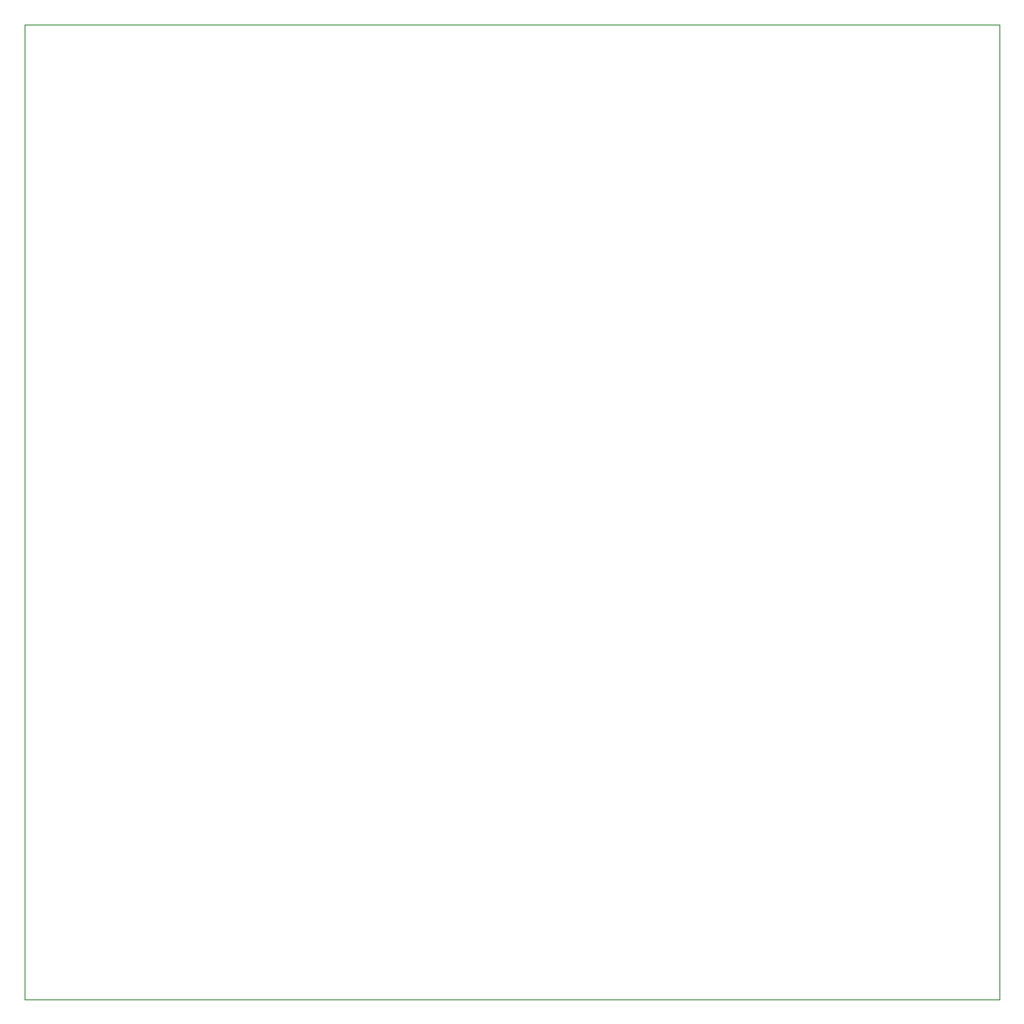
<source format=gbr>
%TF.GenerationSoftware,KiCad,Pcbnew,(5.1.9)-1*%
%TF.CreationDate,2021-03-02T10:58:18+01:00*%
%TF.ProjectId,Midular v2 Proto STM32F407VET6,4d696475-6c61-4722-9076-322050726f74,rev?*%
%TF.SameCoordinates,Original*%
%TF.FileFunction,Profile,NP*%
%FSLAX46Y46*%
G04 Gerber Fmt 4.6, Leading zero omitted, Abs format (unit mm)*
G04 Created by KiCad (PCBNEW (5.1.9)-1) date 2021-03-02 10:58:18*
%MOMM*%
%LPD*%
G01*
G04 APERTURE LIST*
%TA.AperFunction,Profile*%
%ADD10C,0.100000*%
%TD*%
G04 APERTURE END LIST*
D10*
X94000000Y0D02*
X0Y0D01*
X94000000Y94000000D02*
X94000000Y0D01*
X0Y94000000D02*
X94000000Y94000000D01*
X0Y0D02*
X0Y94000000D01*
M02*

</source>
